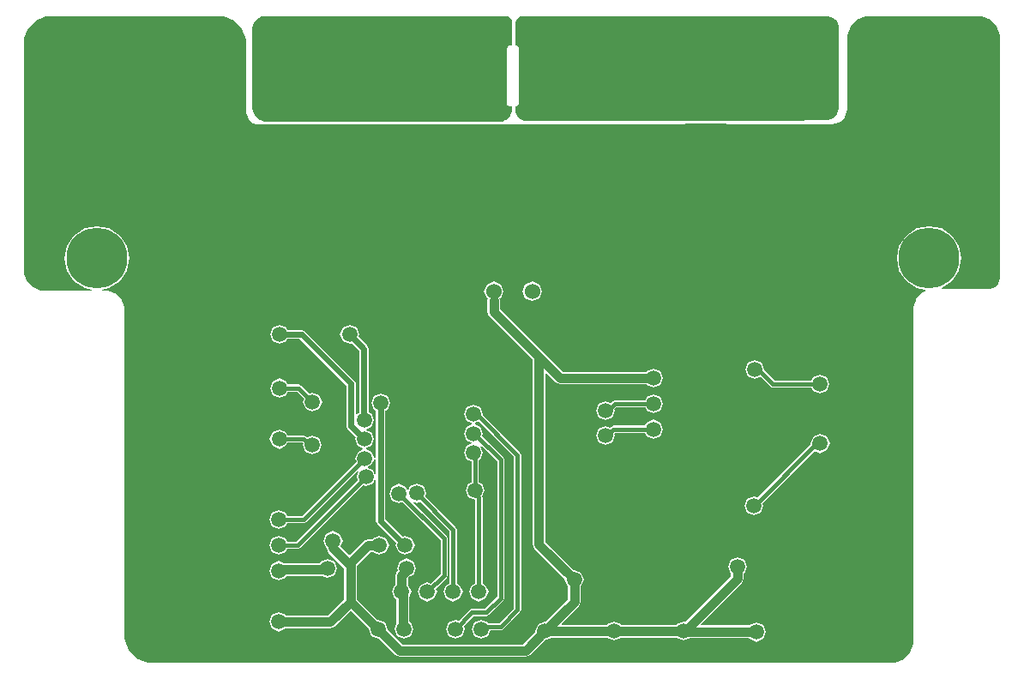
<source format=gbl>
G04*
G04 #@! TF.GenerationSoftware,Altium Limited,Altium Designer,19.1.9 (167)*
G04*
G04 Layer_Physical_Order=2*
G04 Layer_Color=16711680*
%FSLAX44Y44*%
%MOMM*%
G71*
G01*
G75*
G04:AMPARAMS|DCode=10|XSize=10.524mm|YSize=6.524mm|CornerRadius=3.262mm|HoleSize=0mm|Usage=FLASHONLY|Rotation=180.000|XOffset=0mm|YOffset=0mm|HoleType=Round|Shape=RoundedRectangle|*
%AMROUNDEDRECTD10*
21,1,10.5240,0.0000,0,0,180.0*
21,1,4.0000,6.5240,0,0,180.0*
1,1,6.5240,-2.0000,0.0000*
1,1,6.5240,2.0000,0.0000*
1,1,6.5240,2.0000,0.0000*
1,1,6.5240,-2.0000,0.0000*
%
%ADD10ROUNDEDRECTD10*%
G04:AMPARAMS|DCode=26|XSize=10mm|YSize=6mm|CornerRadius=3mm|HoleSize=0mm|Usage=FLASHONLY|Rotation=0.000|XOffset=0mm|YOffset=0mm|HoleType=Round|Shape=RoundedRectangle|*
%AMROUNDEDRECTD26*
21,1,10.0000,0.0000,0,0,0.0*
21,1,4.0000,6.0000,0,0,0.0*
1,1,6.0000,2.0000,0.0000*
1,1,6.0000,-2.0000,0.0000*
1,1,6.0000,-2.0000,0.0000*
1,1,6.0000,2.0000,0.0000*
%
%ADD26ROUNDEDRECTD26*%
%ADD28C,0.6000*%
%ADD30C,0.4000*%
%ADD31C,0.9000*%
%ADD33C,1.5240*%
%ADD34C,6.0000*%
%ADD35C,1.5000*%
G04:AMPARAMS|DCode=36|XSize=5.97mm|YSize=2.043mm|CornerRadius=1.0215mm|HoleSize=0mm|Usage=FLASHONLY|Rotation=0.000|XOffset=0mm|YOffset=0mm|HoleType=Round|Shape=RoundedRectangle|*
%AMROUNDEDRECTD36*
21,1,5.9700,0.0000,0,0,0.0*
21,1,3.9270,2.0430,0,0,0.0*
1,1,2.0430,1.9635,0.0000*
1,1,2.0430,-1.9635,0.0000*
1,1,2.0430,-1.9635,0.0000*
1,1,2.0430,1.9635,0.0000*
%
%ADD36ROUNDEDRECTD36*%
G36*
X984002Y1164696D02*
X985307Y1164374D01*
X986509Y1163774D01*
X987550Y1162924D01*
X988379Y1161865D01*
X988955Y1160651D01*
X989250Y1159340D01*
X989250Y1158668D01*
X989250Y1135840D01*
X987000D01*
X986509Y1135742D01*
X986020Y1135647D01*
X986015Y1135644D01*
X986009Y1135643D01*
X985593Y1135365D01*
X985177Y1135090D01*
X985174Y1135085D01*
X985169Y1135081D01*
X984892Y1134667D01*
X984612Y1134252D01*
X984611Y1134246D01*
X984607Y1134241D01*
X984510Y1133752D01*
X984410Y1133262D01*
X984160Y1078262D01*
X984161Y1078256D01*
X984160Y1078250D01*
X984258Y1077759D01*
X984353Y1077270D01*
X984356Y1077265D01*
X984357Y1077259D01*
X984635Y1076843D01*
X984911Y1076427D01*
X984915Y1076424D01*
X984919Y1076419D01*
X985332Y1076143D01*
X985748Y1075862D01*
X985754Y1075861D01*
X985759Y1075857D01*
X986248Y1075760D01*
X986738Y1075660D01*
X986744Y1075661D01*
X986750Y1075660D01*
X989250D01*
Y1073750D01*
X989250Y1073750D01*
Y1072660D01*
X988912Y1070506D01*
X988245Y1068431D01*
X987265Y1066484D01*
X985994Y1064712D01*
X984465Y1063159D01*
X982714Y1061861D01*
X980782Y1060850D01*
X979750Y1060500D01*
X744210Y1060500D01*
X743000Y1060836D01*
X740720Y1061891D01*
X738640Y1063301D01*
X736816Y1065029D01*
X735296Y1067030D01*
X734119Y1069249D01*
X733317Y1071630D01*
X732911Y1074110D01*
X732911Y1075366D01*
X732911Y1150464D01*
X732911Y1151660D01*
X732911Y1151660D01*
X732911Y1151661D01*
X732911Y1151661D01*
X732911Y1152934D01*
X733407Y1155432D01*
X734382Y1157785D01*
X735797Y1159902D01*
X737598Y1161703D01*
X739715Y1163118D01*
X742068Y1164093D01*
X744566Y1164590D01*
X745840Y1164590D01*
X982000Y1164590D01*
X982000Y1164589D01*
Y1164589D01*
X982004Y1164590D01*
X983170Y1164713D01*
X984002Y1164696D01*
D02*
G37*
G36*
X1306077Y1163035D02*
X1309594Y1159862D01*
X1311629Y1155584D01*
X1311750Y1153219D01*
X1311750Y1075594D01*
X1311750Y1075594D01*
X1311750Y1072877D01*
X1309688Y1067849D01*
X1305871Y1063979D01*
X1300872Y1061847D01*
X1298155Y1061809D01*
X1257700Y1061246D01*
X1257700Y1061245D01*
X1257675Y1061247D01*
X1257625Y1061248D01*
X1257575Y1061249D01*
X1257525Y1061250D01*
X1003500Y1061250D01*
X1001362Y1061250D01*
X997410Y1062886D01*
X994386Y1065910D01*
X992750Y1069862D01*
X992750Y1072000D01*
Y1075501D01*
X993250D01*
X995194Y1076306D01*
X995999Y1078250D01*
Y1133250D01*
X995194Y1135194D01*
X993250Y1135999D01*
X992750D01*
X992750Y1157938D01*
X992750Y1159209D01*
X993018Y1160432D01*
X994020Y1162150D01*
X994902Y1162952D01*
X995836Y1163730D01*
X997967Y1164501D01*
X999100Y1164500D01*
X1299249Y1164500D01*
X1299249Y1164500D01*
X1299249Y1164500D01*
X1301614Y1164621D01*
X1306077Y1163035D01*
D02*
G37*
G36*
X698750Y1164250D02*
X704369D01*
X714752Y1159949D01*
X722699Y1152002D01*
X727000Y1141619D01*
X727000Y1136000D01*
X727000Y1069249D01*
X727216Y1067055D01*
X728895Y1062999D01*
X731999Y1059895D01*
X736055Y1058216D01*
X738250Y1058000D01*
X1304025Y1058000D01*
X1305251Y1058000D01*
X1305251Y1058000D01*
X1308079Y1058278D01*
X1313307Y1060442D01*
X1317308Y1064443D01*
X1319472Y1069671D01*
X1319750Y1072500D01*
X1319750Y1140303D01*
X1319750Y1141499D01*
X1319750Y1141500D01*
X1319750Y1141500D01*
X1319750Y1146025D01*
X1323213Y1154387D01*
X1329613Y1160787D01*
X1337975Y1164250D01*
X1342500Y1164250D01*
X1448250Y1164250D01*
X1448250Y1164250D01*
X1448250Y1164250D01*
X1452775Y1164250D01*
X1461137Y1160786D01*
X1467536Y1154387D01*
X1471000Y1146025D01*
X1471000Y1141500D01*
X1471000Y907500D01*
X1470999Y907499D01*
Y905013D01*
X1469096Y900419D01*
X1465580Y896903D01*
X1460986Y895000D01*
X1458500D01*
X1413674Y895000D01*
X1413289Y896270D01*
X1423294Y902956D01*
X1430206Y913299D01*
X1432633Y925500D01*
X1430206Y937701D01*
X1423294Y948044D01*
X1412951Y954956D01*
X1400750Y957383D01*
X1388549Y954956D01*
X1378206Y948044D01*
X1371294Y937701D01*
X1368867Y925500D01*
X1371294Y913299D01*
X1378206Y902956D01*
X1388549Y896044D01*
X1397000Y894363D01*
X1397124Y893099D01*
X1396561Y892866D01*
X1396254Y892805D01*
X1395993Y892631D01*
X1394083Y891840D01*
X1392621Y890377D01*
X1391213Y889436D01*
X1390272Y888028D01*
X1388910Y886666D01*
X1388173Y884887D01*
X1387844Y884395D01*
X1387729Y883816D01*
X1386110Y879908D01*
X1385750Y876250D01*
X1385750Y549000D01*
X1385749Y548999D01*
X1385749Y544424D01*
X1382248Y535971D01*
X1375778Y529501D01*
X1367325Y526000D01*
X635249D01*
X629431Y526000D01*
X618681Y530453D01*
X610453Y538681D01*
X606000Y549432D01*
X606000Y555250D01*
X606000Y877260D01*
X606000Y877260D01*
X605999Y877260D01*
X605693Y880379D01*
X603311Y886146D01*
X598906Y890566D01*
X593148Y892969D01*
X590029Y893287D01*
X584202Y893307D01*
X584079Y894578D01*
X591451Y896044D01*
X601794Y902956D01*
X608706Y913299D01*
X611133Y925500D01*
X608706Y937701D01*
X601794Y948044D01*
X591451Y954956D01*
X579250Y957383D01*
X567049Y954956D01*
X556706Y948044D01*
X549794Y937701D01*
X547367Y925500D01*
X549794Y913299D01*
X556706Y902956D01*
X567049Y896044D01*
X574247Y894613D01*
X574119Y893343D01*
X527712Y893507D01*
X523733Y893521D01*
X516390Y896585D01*
X510774Y902222D01*
X507736Y909575D01*
X507736Y913553D01*
X507737Y1138236D01*
X507737Y1138236D01*
X507737Y1138236D01*
X507737Y1143411D01*
X511697Y1152972D01*
X519015Y1160290D01*
X528576Y1164250D01*
X533750Y1164250D01*
X698750Y1164250D01*
Y1164250D01*
D02*
G37*
%LPC*%
G36*
X1009020Y902626D02*
X1002216Y899808D01*
X999398Y893004D01*
X1002216Y886200D01*
X1009020Y883382D01*
X1015824Y886200D01*
X1018642Y893004D01*
X1015824Y899808D01*
X1009020Y902626D01*
D02*
G37*
G36*
X971020D02*
X964216Y899808D01*
X961397Y893004D01*
X964216Y886200D01*
X965312Y885746D01*
X964775Y884448D01*
Y872730D01*
X966604Y868314D01*
X1009505Y825413D01*
Y642750D01*
X1011334Y638334D01*
X1041201Y608467D01*
X1041008Y608000D01*
X1043788Y601288D01*
X1044255Y601094D01*
Y588670D01*
X1022134Y566549D01*
X1021667Y566743D01*
X1014955Y563962D01*
X1012175Y557250D01*
X1012368Y556783D01*
X999831Y544245D01*
X880787D01*
X866249Y558783D01*
X866443Y559250D01*
X863662Y565962D01*
X856950Y568743D01*
X856483Y568549D01*
X835970Y589062D01*
Y621888D01*
X849837Y635755D01*
X851345D01*
X851538Y635288D01*
X858250Y632508D01*
X864962Y635288D01*
X867743Y642000D01*
X864962Y648712D01*
X858250Y651493D01*
X851538Y648712D01*
X851345Y648246D01*
X847250D01*
X842834Y646416D01*
X828500Y632082D01*
X819603Y640980D01*
X821993Y646750D01*
X819212Y653462D01*
X812500Y656243D01*
X805788Y653462D01*
X803008Y646750D01*
X805788Y640038D01*
X806255Y639844D01*
Y639250D01*
X808084Y634834D01*
X823480Y619438D01*
Y589062D01*
X807163Y572745D01*
X765906D01*
X765712Y573212D01*
X759000Y575993D01*
X752288Y573212D01*
X749507Y566500D01*
X752288Y559788D01*
X759000Y557007D01*
X765712Y559788D01*
X765906Y560255D01*
X809750D01*
X814166Y562084D01*
X829725Y577643D01*
X847651Y559717D01*
X847458Y559250D01*
X850238Y552538D01*
X856950Y549757D01*
X857417Y549951D01*
X873784Y533584D01*
X878200Y531755D01*
X1002418D01*
X1006834Y533584D01*
X1021201Y547951D01*
X1021667Y547757D01*
X1028380Y550538D01*
X1028573Y551005D01*
X1082844D01*
X1083038Y550538D01*
X1089750Y547757D01*
X1096462Y550538D01*
X1096656Y551005D01*
X1151512D01*
X1151705Y550538D01*
X1158418Y547757D01*
X1165050Y550505D01*
X1223137D01*
X1223538Y549538D01*
X1230250Y546757D01*
X1236962Y549538D01*
X1239743Y556250D01*
X1236962Y562962D01*
X1230250Y565743D01*
X1223618Y562995D01*
X1175987D01*
X1175501Y564169D01*
X1215916Y604584D01*
X1217745Y609000D01*
X1217745Y609000D01*
Y613991D01*
X1218462Y614288D01*
X1221243Y621000D01*
X1218462Y627712D01*
X1211750Y630493D01*
X1205038Y627712D01*
X1202257Y621000D01*
X1205038Y614288D01*
X1205255Y614198D01*
Y611587D01*
X1159827Y566159D01*
X1158418Y566743D01*
X1151705Y563962D01*
X1151512Y563495D01*
X1096656D01*
X1096462Y563962D01*
X1089750Y566743D01*
X1083038Y563962D01*
X1082844Y563495D01*
X1038405D01*
X1037919Y564669D01*
X1054916Y581666D01*
X1056745Y586082D01*
Y601094D01*
X1057212Y601288D01*
X1059993Y608000D01*
X1057212Y614712D01*
X1050500Y617493D01*
X1050033Y617299D01*
X1021995Y645337D01*
Y811263D01*
X1023169Y811749D01*
X1032084Y802834D01*
X1032084Y802834D01*
X1036500Y801005D01*
X1122094D01*
X1122288Y800538D01*
X1129000Y797757D01*
X1135712Y800538D01*
X1138493Y807250D01*
X1135712Y813962D01*
X1129000Y816743D01*
X1122288Y813962D01*
X1122094Y813495D01*
X1039087D01*
X1020166Y832416D01*
X977265Y875317D01*
Y884448D01*
X976728Y885746D01*
X977824Y886200D01*
X980642Y893004D01*
X977824Y899808D01*
X971020Y902626D01*
D02*
G37*
G36*
X1228500Y825203D02*
X1221788Y822422D01*
X1219007Y815710D01*
X1221788Y808998D01*
X1228500Y806217D01*
X1234530Y808715D01*
X1244247Y798997D01*
X1246750Y797961D01*
X1284974D01*
X1286288Y794788D01*
X1293000Y792008D01*
X1299712Y794788D01*
X1302493Y801500D01*
X1299712Y808212D01*
X1293000Y810993D01*
X1286288Y808212D01*
X1284974Y805039D01*
X1248216D01*
X1237862Y815394D01*
X1237993Y815710D01*
X1235212Y822422D01*
X1228500Y825203D01*
D02*
G37*
G36*
X1129000Y791243D02*
X1122288Y788462D01*
X1120974Y785289D01*
X1090435D01*
X1087933Y784253D01*
X1086145Y782465D01*
X1081250Y784493D01*
X1074538Y781712D01*
X1071758Y775000D01*
X1074538Y768288D01*
X1081250Y765508D01*
X1087962Y768288D01*
X1090743Y775000D01*
X1090142Y776451D01*
X1091901Y778211D01*
X1120974D01*
X1122288Y775038D01*
X1129000Y772257D01*
X1135712Y775038D01*
X1138493Y781750D01*
X1135712Y788462D01*
X1129000Y791243D01*
D02*
G37*
G36*
X759500Y806825D02*
X752788Y804045D01*
X750007Y797333D01*
X752788Y790620D01*
X759500Y787840D01*
X766212Y790620D01*
X767526Y793793D01*
X776952D01*
X784072Y786673D01*
X782757Y783500D01*
X785538Y776788D01*
X792250Y774007D01*
X798962Y776788D01*
X801743Y783500D01*
X798962Y790212D01*
X792250Y792993D01*
X789077Y791678D01*
X780920Y799835D01*
X778418Y800872D01*
X767526D01*
X766212Y804045D01*
X759500Y806825D01*
D02*
G37*
G36*
X828750Y859908D02*
X822038Y857127D01*
X819257Y850415D01*
X822038Y843703D01*
X828750Y840922D01*
X830841Y841788D01*
X838128Y834501D01*
Y772871D01*
X836538Y772212D01*
X835867Y770594D01*
X834622Y770842D01*
Y801750D01*
X833268Y805018D01*
X784603Y853683D01*
X781335Y855037D01*
X767078D01*
X766212Y857127D01*
X759500Y859908D01*
X752788Y857127D01*
X750007Y850415D01*
X752788Y843703D01*
X759500Y840922D01*
X766212Y843703D01*
X767078Y845793D01*
X779420D01*
X825378Y799836D01*
Y760096D01*
X826732Y756828D01*
X834671Y748888D01*
X833805Y746798D01*
X836586Y740086D01*
X841697Y737969D01*
Y736594D01*
X837154Y734712D01*
X834374Y728000D01*
X835688Y724827D01*
X781901Y671039D01*
X767027D01*
X765712Y674212D01*
X759000Y676992D01*
X752288Y674212D01*
X749507Y667500D01*
X752288Y660788D01*
X759000Y658007D01*
X765712Y660788D01*
X767027Y663961D01*
X783367D01*
X785869Y664997D01*
X836615Y715743D01*
X837692Y715024D01*
X835508Y709750D01*
X836822Y706577D01*
X776034Y645789D01*
X767027D01*
X765712Y648962D01*
X759000Y651743D01*
X752288Y648962D01*
X749507Y642250D01*
X752288Y635538D01*
X759000Y632757D01*
X765712Y635538D01*
X767027Y638711D01*
X777500D01*
X780003Y639747D01*
X841827Y701572D01*
X845000Y700257D01*
X851712Y703038D01*
X853608Y707615D01*
X854878Y707362D01*
Y666150D01*
X856232Y662882D01*
X875023Y644091D01*
X874157Y642000D01*
X876938Y635288D01*
X883650Y632508D01*
X890362Y635288D01*
X893143Y642000D01*
X890362Y648712D01*
X883650Y651493D01*
X881560Y650627D01*
X864122Y668065D01*
Y775172D01*
X866212Y776038D01*
X868993Y782750D01*
X866212Y789462D01*
X859500Y792243D01*
X852788Y789462D01*
X850007Y782750D01*
X852788Y776038D01*
X854878Y775172D01*
Y712138D01*
X853608Y711885D01*
X851712Y716462D01*
X846854Y718475D01*
Y719745D01*
X850579Y721288D01*
X853359Y728000D01*
X850579Y734712D01*
X845468Y736829D01*
Y738204D01*
X850010Y740086D01*
X852790Y746798D01*
X850010Y753510D01*
X845149Y755524D01*
Y756794D01*
X849962Y758788D01*
X852743Y765500D01*
X849962Y772212D01*
X847372Y773285D01*
Y836415D01*
X846018Y839683D01*
X837377Y848325D01*
X838243Y850415D01*
X835462Y857127D01*
X828750Y859908D01*
D02*
G37*
G36*
X1128750Y766243D02*
X1122038Y763462D01*
X1120723Y760289D01*
X1089435D01*
X1086933Y759253D01*
X1085791Y758111D01*
X1081250Y759993D01*
X1074538Y757212D01*
X1071758Y750500D01*
X1074538Y743788D01*
X1081250Y741008D01*
X1087962Y743788D01*
X1090743Y750500D01*
X1089995Y752304D01*
X1090901Y753211D01*
X1120723D01*
X1122038Y750038D01*
X1128750Y747258D01*
X1135462Y750038D01*
X1138243Y756750D01*
X1135462Y763462D01*
X1128750Y766243D01*
D02*
G37*
G36*
X1293445Y752010D02*
X1286733Y749230D01*
X1283952Y742517D01*
X1284226Y741857D01*
X1231615Y689245D01*
X1228000Y690743D01*
X1221288Y687962D01*
X1218508Y681250D01*
X1221288Y674538D01*
X1228000Y671758D01*
X1234712Y674538D01*
X1237493Y681250D01*
X1236361Y683981D01*
X1287760Y735380D01*
X1293445Y733025D01*
X1300157Y735805D01*
X1302938Y742517D01*
X1300157Y749230D01*
X1293445Y752010D01*
D02*
G37*
G36*
X759250Y756325D02*
X752538Y753545D01*
X749758Y746833D01*
X752538Y740120D01*
X759250Y737340D01*
X765962Y740120D01*
X767277Y743293D01*
X782266D01*
X783108Y742451D01*
X782507Y741000D01*
X785288Y734288D01*
X792000Y731507D01*
X798712Y734288D01*
X801493Y741000D01*
X798712Y747712D01*
X792000Y750493D01*
X787105Y748465D01*
X786235Y749335D01*
X783732Y750372D01*
X767277D01*
X765962Y753545D01*
X759250Y756325D01*
D02*
G37*
G36*
X895250Y702993D02*
X888538Y700212D01*
X886958Y696399D01*
X885688D01*
X884212Y699962D01*
X877500Y702743D01*
X870788Y699962D01*
X868008Y693250D01*
X870788Y686538D01*
X877500Y683757D01*
X880673Y685072D01*
X918461Y647284D01*
Y613816D01*
X908823Y604178D01*
X905650Y605493D01*
X898938Y602712D01*
X896158Y596000D01*
X898938Y589288D01*
X905650Y586507D01*
X912362Y589288D01*
X915143Y596000D01*
X913828Y599173D01*
X924503Y609847D01*
X925539Y612350D01*
Y648750D01*
X924503Y651253D01*
X891573Y684182D01*
X892279Y685238D01*
X895250Y684007D01*
X898423Y685322D01*
X927511Y656234D01*
Y604026D01*
X924338Y602712D01*
X921557Y596000D01*
X924338Y589288D01*
X931050Y586507D01*
X937762Y589288D01*
X940543Y596000D01*
X937762Y602712D01*
X934589Y604026D01*
Y657700D01*
X933553Y660203D01*
X903428Y690327D01*
X904743Y693500D01*
X901962Y700212D01*
X895250Y702993D01*
D02*
G37*
G36*
X806750Y628743D02*
X800038Y625962D01*
X799378Y624370D01*
X764123D01*
X759000Y626493D01*
X752288Y623712D01*
X749507Y617000D01*
X752288Y610288D01*
X759000Y607507D01*
X765712Y610288D01*
X766372Y611880D01*
X801627D01*
X806750Y609757D01*
X813462Y612538D01*
X816243Y619250D01*
X813462Y625962D01*
X806750Y628743D01*
D02*
G37*
G36*
X951000Y781243D02*
X944288Y778462D01*
X941507Y771750D01*
X944288Y765038D01*
X949660Y762812D01*
Y761438D01*
X944288Y759212D01*
X941507Y752500D01*
X944288Y745788D01*
X949183Y743760D01*
Y742490D01*
X944288Y740462D01*
X941507Y733750D01*
X944288Y727038D01*
X948961Y725102D01*
Y704213D01*
X945788Y702899D01*
X943008Y696186D01*
X945788Y689474D01*
X952500Y686694D01*
X952911Y686420D01*
Y604026D01*
X949738Y602712D01*
X946957Y596000D01*
X949738Y589288D01*
X956450Y586507D01*
X963162Y589288D01*
X965943Y596000D01*
X963162Y602712D01*
X959989Y604026D01*
Y689801D01*
X959669Y690576D01*
X961993Y696186D01*
X959212Y702899D01*
X956039Y704213D01*
Y726345D01*
X957712Y727038D01*
X960493Y733750D01*
X958049Y739650D01*
X959126Y740369D01*
X974461Y725034D01*
Y591466D01*
X962211Y579217D01*
X949577D01*
X947075Y578180D01*
X936323Y567428D01*
X933150Y568743D01*
X926438Y565962D01*
X923658Y559250D01*
X926438Y552538D01*
X933150Y549757D01*
X939862Y552538D01*
X942643Y559250D01*
X941328Y562423D01*
X951043Y572138D01*
X963677D01*
X966180Y573175D01*
X980503Y587497D01*
X981539Y590000D01*
Y726500D01*
X980503Y729003D01*
X959471Y750034D01*
X960493Y752500D01*
X957712Y759212D01*
X952340Y761438D01*
Y762812D01*
X956294Y764450D01*
X991063Y729682D01*
Y579837D01*
X976386Y565160D01*
X966393D01*
X965262Y565962D01*
X958550Y568743D01*
X951838Y565962D01*
X949057Y559250D01*
X951838Y552538D01*
X958550Y549757D01*
X965262Y552538D01*
X967558Y558081D01*
X977852D01*
X980355Y559118D01*
X997105Y575868D01*
X998142Y578371D01*
Y731148D01*
X997105Y733651D01*
X960057Y770698D01*
X960493Y771750D01*
X957712Y778462D01*
X951000Y781243D01*
D02*
G37*
G36*
X884750Y628993D02*
X878038Y626212D01*
X875257Y619500D01*
X876164Y617311D01*
X875834Y616981D01*
X874005Y612565D01*
Y602906D01*
X873538Y602712D01*
X870758Y596000D01*
X873538Y589288D01*
X875055Y588660D01*
Y564554D01*
X872858Y559250D01*
X875638Y552538D01*
X882350Y549757D01*
X889062Y552538D01*
X891843Y559250D01*
X889062Y565962D01*
X887545Y566591D01*
Y590696D01*
X889743Y596000D01*
X886962Y602712D01*
X886495Y602906D01*
Y609978D01*
X887780Y611263D01*
X891462Y612788D01*
X894243Y619500D01*
X891462Y626212D01*
X884750Y628993D01*
D02*
G37*
%LPD*%
D10*
X1179750Y1100250D02*
D03*
X1180500Y1025500D02*
D03*
X799000Y1097500D02*
D03*
X799750Y1022750D02*
D03*
D26*
X934020Y1106254D02*
D03*
X1046020Y1106504D02*
D03*
D28*
X828750Y850415D02*
X842750Y836415D01*
Y766000D02*
Y836415D01*
X759500Y850415D02*
X781335D01*
X830000Y801750D01*
X859500Y666150D02*
Y782750D01*
Y666150D02*
X883650Y642000D01*
X830000Y760096D02*
Y801750D01*
Y760096D02*
X843298Y746798D01*
D30*
X954000Y771750D02*
X994602Y731148D01*
Y578371D02*
Y731148D01*
X978000Y590000D02*
Y726500D01*
X952000Y752500D02*
X978000Y726500D01*
X951000Y733750D02*
X952500Y732250D01*
Y696186D02*
Y732250D01*
X977852Y561621D02*
X994602Y578371D01*
X958550Y559250D02*
X960655Y561355D01*
X966393Y561621D02*
X977852D01*
X960655Y561355D02*
X966127D01*
X966393Y561621D01*
X905650Y596000D02*
X922000Y612350D01*
Y648750D01*
X956450Y596000D02*
Y689801D01*
X952500Y693751D02*
X956450Y689801D01*
X952500Y693751D02*
Y696186D01*
X895250Y693500D02*
X931050Y657700D01*
Y596000D02*
Y657700D01*
X759500Y797333D02*
X778418D01*
X792250Y783500D01*
X759250Y746833D02*
X783732D01*
X789565Y741000D01*
X792000D01*
X759000Y667500D02*
X783367D01*
X843867Y728000D01*
X759000Y642250D02*
X777500D01*
X845000Y709750D01*
X933150Y559250D02*
X949577Y575677D01*
X963677D01*
X978000Y590000D01*
X1089435Y756750D02*
X1128750D01*
X1083185Y750500D02*
X1089435Y756750D01*
X1080750Y750500D02*
X1083185D01*
X1090435Y781750D02*
X1129000D01*
X1083685Y775000D02*
X1090435Y781750D01*
X1081250Y775000D02*
X1083685D01*
X1228500Y815710D02*
X1228863Y816073D01*
X1232177D01*
X1246750Y801500D01*
X1289820Y742445D02*
X1293445D01*
X1246750Y801500D02*
X1293000D01*
X842750Y766000D02*
X843250Y765500D01*
X1228625Y681250D02*
X1289820Y742445D01*
X1228000Y681250D02*
X1228625D01*
X845000Y709750D02*
X845000D01*
X877500Y693250D02*
X922000Y648750D01*
X1080750Y750500D02*
X1081250Y751000D01*
D31*
X880250Y596000D02*
X881300Y594950D01*
Y560300D02*
Y594950D01*
Y560300D02*
X882350Y559250D01*
X880250Y596000D02*
Y612565D01*
X884750Y617065D01*
Y619500D01*
X805625Y618125D02*
X806750Y619250D01*
X759000Y617000D02*
X760125Y618125D01*
X805625D01*
X759000Y566500D02*
X809750D01*
X829725Y586475D01*
X856950Y559250D01*
X829725Y586475D02*
Y624475D01*
X856950Y559250D02*
X878200Y538000D01*
X1002418D01*
X1036500Y807250D02*
X1129000D01*
X1015750Y828000D02*
X1036500Y807250D01*
X971020Y872730D02*
Y884448D01*
Y872730D02*
X1015750Y828000D01*
X1158418Y557250D02*
X1158917Y556750D01*
X1229750D01*
X1230250Y556250D01*
X1211500Y620750D02*
X1211750Y621000D01*
X1211500Y609000D02*
Y620750D01*
X1159750Y557250D02*
X1211500Y609000D01*
X1158418Y557250D02*
X1159750D01*
X1021667D02*
X1050500Y586082D01*
Y608000D01*
X1021667Y557250D02*
X1089750D01*
X1002418Y538000D02*
X1021667Y557250D01*
X1089750D02*
X1158418D01*
X1015750Y642750D02*
X1050500Y608000D01*
X812500Y639250D02*
X828500Y623250D01*
X812500Y639250D02*
Y646750D01*
X1015750Y642750D02*
Y828000D01*
X847250Y642000D02*
X858250D01*
X828500Y623250D02*
X847250Y642000D01*
D33*
X1179750Y1100250D02*
D03*
X1180500Y1025500D02*
D03*
X799000Y1097500D02*
D03*
X799750Y1022750D02*
D03*
X1009020Y893004D02*
D03*
X971020D02*
D03*
D34*
X1400750Y925500D02*
D03*
X579250D02*
D03*
D35*
X1021667Y557250D02*
D03*
Y582250D02*
D03*
X1158418D02*
D03*
Y557250D02*
D03*
X1089750D02*
D03*
Y582250D02*
D03*
X759000Y566500D02*
D03*
Y591750D02*
D03*
Y617000D02*
D03*
Y642250D02*
D03*
Y667500D02*
D03*
X1128750Y756750D02*
D03*
X1129000Y731250D02*
D03*
Y781750D02*
D03*
Y807250D02*
D03*
X759500Y797333D02*
D03*
Y771833D02*
D03*
Y721332D02*
D03*
X759250Y746833D02*
D03*
X1230250Y581750D02*
D03*
Y556250D02*
D03*
X828750Y850415D02*
D03*
Y875915D02*
D03*
X759500D02*
D03*
Y850415D02*
D03*
X931050Y596000D02*
D03*
X905650D02*
D03*
X880250D02*
D03*
X854850D02*
D03*
X956450D02*
D03*
X882350Y559250D02*
D03*
X907750D02*
D03*
X933150D02*
D03*
X958550D02*
D03*
X856950D02*
D03*
X883650Y642000D02*
D03*
X909050D02*
D03*
X858250D02*
D03*
X990020Y893004D02*
D03*
X870000Y873850D02*
D03*
X925500D02*
D03*
X951000Y771750D02*
D03*
Y752500D02*
D03*
Y733750D02*
D03*
X1050500Y608000D02*
D03*
X1228500Y815710D02*
D03*
X1447750Y969750D02*
D03*
X1412750D02*
D03*
X1377750D02*
D03*
X1342750D02*
D03*
X1221250D02*
D03*
X1186250D02*
D03*
X1151250D02*
D03*
X1116250D02*
D03*
X844000D02*
D03*
X809000D02*
D03*
X774000D02*
D03*
X739000D02*
D03*
X704000D02*
D03*
X669000D02*
D03*
X634000D02*
D03*
X599000D02*
D03*
X564000D02*
D03*
X529000D02*
D03*
X1242250Y1080500D02*
D03*
X1266250Y1118250D02*
D03*
X1292250Y1080500D02*
D03*
X1216000Y1141750D02*
D03*
X1155250Y1151750D02*
D03*
X1105000Y1151500D02*
D03*
X1035000D02*
D03*
X863000Y1080000D02*
D03*
Y1122250D02*
D03*
X903000Y1146000D02*
D03*
X799500D02*
D03*
X747500Y1155000D02*
D03*
X957500D02*
D03*
X852500D02*
D03*
X1346649Y875000D02*
D03*
X659500Y613750D02*
D03*
Y737000D02*
D03*
Y875000D02*
D03*
X1050250D02*
D03*
X1348149Y613750D02*
D03*
X1346649Y737000D02*
D03*
X1160250Y700250D02*
D03*
X1161250Y758750D02*
D03*
X1161500Y800750D02*
D03*
X845250Y675750D02*
D03*
X899000Y875000D02*
D03*
X1211750Y621000D02*
D03*
X859500Y782750D02*
D03*
X792250Y783500D02*
D03*
X792000Y741000D02*
D03*
X812500Y646750D02*
D03*
X843250Y765500D02*
D03*
X843298Y746798D02*
D03*
X952500Y696186D02*
D03*
X1293000Y801500D02*
D03*
X1293445Y742517D02*
D03*
X1228000Y681250D02*
D03*
X806750Y619250D02*
D03*
X884750Y619500D02*
D03*
X845000Y709750D02*
D03*
X843867Y728000D02*
D03*
X877500Y693250D02*
D03*
X895250Y693500D02*
D03*
X1081250Y750500D02*
D03*
Y775000D02*
D03*
D36*
X1046020Y1107204D02*
D03*
X934020Y1106504D02*
D03*
M02*

</source>
